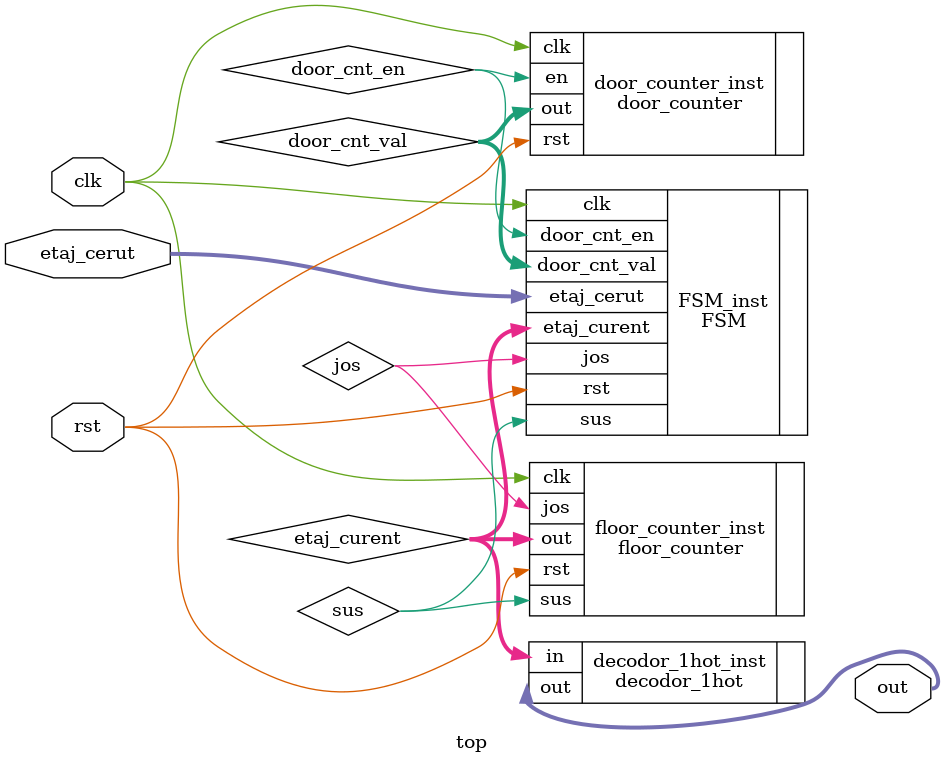
<source format=sv>
`timescale 1ns / 1ps

module top(
    input logic clk,
    input logic rst,
    input logic [2:0]etaj_cerut,
    
    output logic [7:0]out
    );
    
    logic clk_2hz,sus,jos,door_cnt_en;
    logic [2:0] etaj_curent;
    logic [1:0]door_cnt_val;
    
    
//   divizor_frecventa divizor_frecventa_inst(
//        .clk(clk),
//        .rst(rst),
//        .out(clk_2hz)
//   );
   
   floor_counter floor_counter_inst(
        .rst(rst),
        .clk(clk),
        .sus(sus),
        .jos(jos),
        .out(etaj_curent)
   );
   
   door_counter door_counter_inst(
       .rst(rst),
       .clk(clk),
       .en(door_cnt_en),
       .out(door_cnt_val)
   );
   
   FSM FSM_inst(
    .clk(clk),
    .rst(rst),
    .etaj_cerut(etaj_cerut),
    .sus(sus),
    .jos(jos),
    .etaj_curent(etaj_curent),
    .door_cnt_en(door_cnt_en),
    .door_cnt_val(door_cnt_val)
   );
   
   decodor_1hot decodor_1hot_inst(
    .in(etaj_curent),
    .out(out)
   );
    
endmodule

</source>
